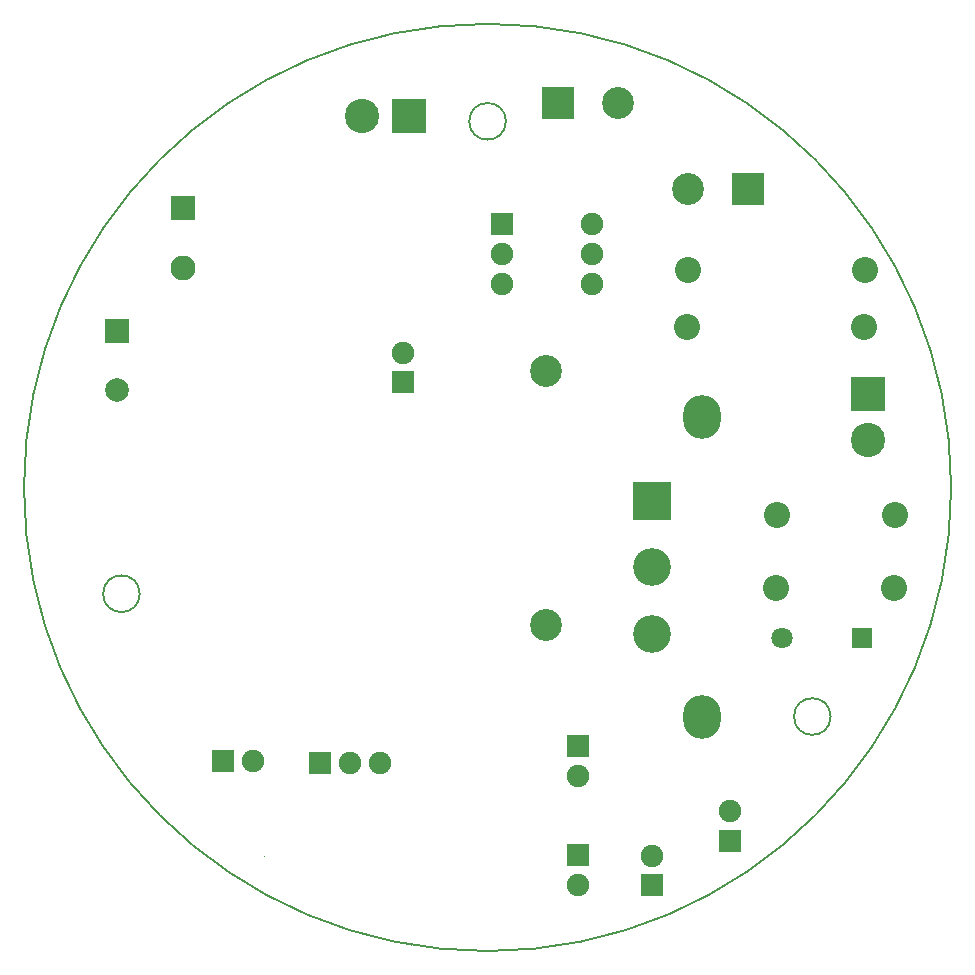
<source format=gbs>
%FSLAX25Y25*%
%MOIN*%
G70*
G01*
G75*
G04 Layer_Color=16711935*
%ADD10C,0.10000*%
%ADD11C,0.10000*%
%ADD12R,0.08661X0.09449*%
%ADD13R,0.09843X0.13386*%
%ADD14O,0.08661X0.02756*%
%ADD15R,0.06890X0.08661*%
%ADD16R,0.04724X0.01969*%
%ADD17R,0.04000X0.05500*%
%ADD18R,0.05906X0.11811*%
%ADD19R,0.03150X0.21654*%
%ADD20R,0.06000X0.05000*%
G04:AMPARAMS|DCode=21|XSize=60mil|YSize=50mil|CornerRadius=0mil|HoleSize=0mil|Usage=FLASHONLY|Rotation=0.000|XOffset=0mil|YOffset=0mil|HoleType=Round|Shape=Octagon|*
%AMOCTAGOND21*
4,1,8,0.03000,-0.01250,0.03000,0.01250,0.01750,0.02500,-0.01750,0.02500,-0.03000,0.01250,-0.03000,-0.01250,-0.01750,-0.02500,0.01750,-0.02500,0.03000,-0.01250,0.0*
%
%ADD21OCTAGOND21*%

%ADD22R,0.03150X0.03543*%
%ADD23R,0.03543X0.03150*%
%ADD24R,0.05000X0.05000*%
%ADD25R,0.05512X0.02362*%
%ADD26R,0.39370X0.41142*%
%ADD27R,0.12598X0.04134*%
%ADD28R,0.05500X0.04000*%
%ADD29O,0.07087X0.01100*%
%ADD30O,0.01100X0.07087*%
%ADD31R,0.08268X0.09843*%
%ADD32R,0.03150X0.05118*%
G04:AMPARAMS|DCode=33|XSize=78.74mil|YSize=86.61mil|CornerRadius=7.87mil|HoleSize=0mil|Usage=FLASHONLY|Rotation=90.000|XOffset=0mil|YOffset=0mil|HoleType=Round|Shape=RoundedRectangle|*
%AMROUNDEDRECTD33*
21,1,0.07874,0.07087,0,0,90.0*
21,1,0.06299,0.08661,0,0,90.0*
1,1,0.01575,0.03543,0.03150*
1,1,0.01575,0.03543,-0.03150*
1,1,0.01575,-0.03543,-0.03150*
1,1,0.01575,-0.03543,0.03150*
%
%ADD33ROUNDEDRECTD33*%
%ADD34R,0.09843X0.08268*%
%ADD35R,0.05118X0.03150*%
%ADD36R,0.03937X0.02362*%
%ADD37R,0.02756X0.03347*%
%ADD38R,0.03347X0.02756*%
%ADD39C,0.00800*%
%ADD40C,0.03000*%
%ADD41C,0.01500*%
%ADD42C,0.08000*%
%ADD43C,0.15000*%
%ADD44C,0.05000*%
%ADD45C,0.02000*%
%ADD46C,0.04000*%
%ADD47C,0.01000*%
%ADD48R,0.09600X0.18400*%
%ADD49R,0.09900X0.21000*%
%ADD50C,0.00500*%
%ADD51C,0.00025*%
%ADD52C,0.07874*%
%ADD53O,0.11811X0.13780*%
%ADD54C,0.06693*%
%ADD55R,0.06693X0.06693*%
%ADD56R,0.07480X0.07480*%
%ADD57C,0.07480*%
%ADD58R,0.06299X0.06299*%
%ADD59C,0.06299*%
%ADD60C,0.09843*%
%ADD61R,0.06693X0.06693*%
%ADD62R,0.09843X0.09843*%
%ADD63C,0.10630*%
%ADD64R,0.10630X0.10630*%
%ADD65R,0.10630X0.10630*%
%ADD66R,0.07087X0.07087*%
%ADD67C,0.07087*%
%ADD68R,0.11811X0.11811*%
%ADD69C,0.11811*%
%ADD70C,0.04000*%
%ADD71C,0.03000*%
%ADD72C,0.02000*%
%ADD73C,0.02700*%
%ADD74C,0.05000*%
%ADD75R,0.03118X0.15755*%
%ADD76C,0.00787*%
%ADD77C,0.01984*%
%ADD78C,0.02900*%
%ADD79C,0.00984*%
%ADD80C,0.01969*%
%ADD81C,0.01575*%
%ADD82C,0.00300*%
%ADD83C,0.00600*%
%ADD84C,0.00700*%
%ADD85R,0.02000X0.08000*%
%ADD86R,0.04000X0.03500*%
%ADD87R,0.01969X0.03780*%
%ADD88R,0.03780X0.01969*%
%ADD89R,0.09461X0.10249*%
%ADD90R,0.10643X0.14186*%
%ADD91O,0.09461X0.03556*%
%ADD92R,0.07690X0.09461*%
%ADD93R,0.05524X0.02769*%
%ADD94R,0.04800X0.06300*%
%ADD95R,0.06706X0.12611*%
%ADD96R,0.03950X0.22453*%
%ADD97R,0.06800X0.05800*%
G04:AMPARAMS|DCode=98|XSize=68mil|YSize=58mil|CornerRadius=0mil|HoleSize=0mil|Usage=FLASHONLY|Rotation=0.000|XOffset=0mil|YOffset=0mil|HoleType=Round|Shape=Octagon|*
%AMOCTAGOND98*
4,1,8,0.03400,-0.01450,0.03400,0.01450,0.01950,0.02900,-0.01950,0.02900,-0.03400,0.01450,-0.03400,-0.01450,-0.01950,-0.02900,0.01950,-0.02900,0.03400,-0.01450,0.0*
%
%ADD98OCTAGOND98*%

%ADD99R,0.03950X0.04343*%
%ADD100R,0.04343X0.03950*%
%ADD101R,0.05800X0.05800*%
%ADD102R,0.06312X0.03162*%
%ADD103R,0.40170X0.41942*%
%ADD104R,0.13398X0.04934*%
%ADD105R,0.06300X0.04800*%
%ADD106O,0.07887X0.01900*%
%ADD107O,0.01900X0.07887*%
%ADD108R,0.09068X0.10642*%
%ADD109R,0.03950X0.05918*%
G04:AMPARAMS|DCode=110|XSize=86.74mil|YSize=94.61mil|CornerRadius=8.67mil|HoleSize=0mil|Usage=FLASHONLY|Rotation=90.000|XOffset=0mil|YOffset=0mil|HoleType=Round|Shape=RoundedRectangle|*
%AMROUNDEDRECTD110*
21,1,0.08674,0.07727,0,0,90.0*
21,1,0.06939,0.09461,0,0,90.0*
1,1,0.01735,0.03863,0.03470*
1,1,0.01735,0.03863,-0.03470*
1,1,0.01735,-0.03863,-0.03470*
1,1,0.01735,-0.03863,0.03470*
%
%ADD110ROUNDEDRECTD110*%
%ADD111R,0.10642X0.09068*%
%ADD112R,0.05918X0.03950*%
%ADD113R,0.04737X0.03162*%
%ADD114R,0.03556X0.04147*%
%ADD115R,0.04147X0.03556*%
%ADD116C,0.08674*%
%ADD117O,0.12611X0.14579*%
%ADD118C,0.07493*%
%ADD119R,0.07493X0.07493*%
%ADD120R,0.08280X0.08280*%
%ADD121C,0.08280*%
%ADD122R,0.07099X0.07099*%
%ADD123C,0.07099*%
%ADD124C,0.10642*%
%ADD125R,0.07493X0.07493*%
%ADD126R,0.10642X0.10642*%
%ADD127C,0.11430*%
%ADD128R,0.11430X0.11430*%
%ADD129R,0.11430X0.11430*%
%ADD130R,0.07887X0.07887*%
%ADD131C,0.07887*%
%ADD132R,0.12611X0.12611*%
%ADD133C,0.12611*%
D50*
X270472Y35433D02*
G03*
X270472Y35433I-154528J0D01*
G01*
X230285Y-40938D02*
G03*
X230285Y-40938I-6102J0D01*
G01*
X122047Y157480D02*
G03*
X122047Y157480I-6102J0D01*
G01*
X0Y0D02*
G03*
X0Y0I-6102J0D01*
G01*
D51*
X90317Y-116955D02*
X90325Y-116949D01*
X41318Y-87267D02*
X41318D01*
D116*
X241528Y88900D02*
D03*
X182472D02*
D03*
X251585Y1800D02*
D03*
X212215D02*
D03*
X212415Y26300D02*
D03*
X251785D02*
D03*
X241728Y107900D02*
D03*
X182672D02*
D03*
D117*
X187400Y58800D02*
D03*
Y-41200D02*
D03*
D118*
X87900Y80321D02*
D03*
X170600Y-87279D02*
D03*
X196600Y-72579D02*
D03*
X146000Y-97000D02*
D03*
Y-60700D02*
D03*
X37800Y-55800D02*
D03*
X150600Y123400D02*
D03*
Y113400D02*
D03*
Y103400D02*
D03*
X120600D02*
D03*
Y113400D02*
D03*
X80200Y-56500D02*
D03*
X70200Y-56500D02*
D03*
D119*
X87900Y70479D02*
D03*
X170600Y-97121D02*
D03*
X196600Y-82421D02*
D03*
X27800Y-55800D02*
D03*
X60200Y-56500D02*
D03*
D120*
X14400Y128500D02*
D03*
D121*
Y108500D02*
D03*
D122*
X240886Y-14900D02*
D03*
D123*
X214114D02*
D03*
D124*
X135400Y74323D02*
D03*
Y-10323D02*
D03*
X159300Y163700D02*
D03*
X182900Y134900D02*
D03*
D125*
X146000Y-87000D02*
D03*
Y-50700D02*
D03*
X120600Y123400D02*
D03*
D126*
X139300Y163700D02*
D03*
X202900Y134900D02*
D03*
D127*
X242800Y51095D02*
D03*
X73995Y159200D02*
D03*
D128*
X242800Y66695D02*
D03*
D129*
X89595Y159200D02*
D03*
D130*
X-7500Y87743D02*
D03*
D131*
Y68058D02*
D03*
D132*
X170700Y30946D02*
D03*
D133*
Y-13346D02*
D03*
Y8898D02*
D03*
M02*

</source>
